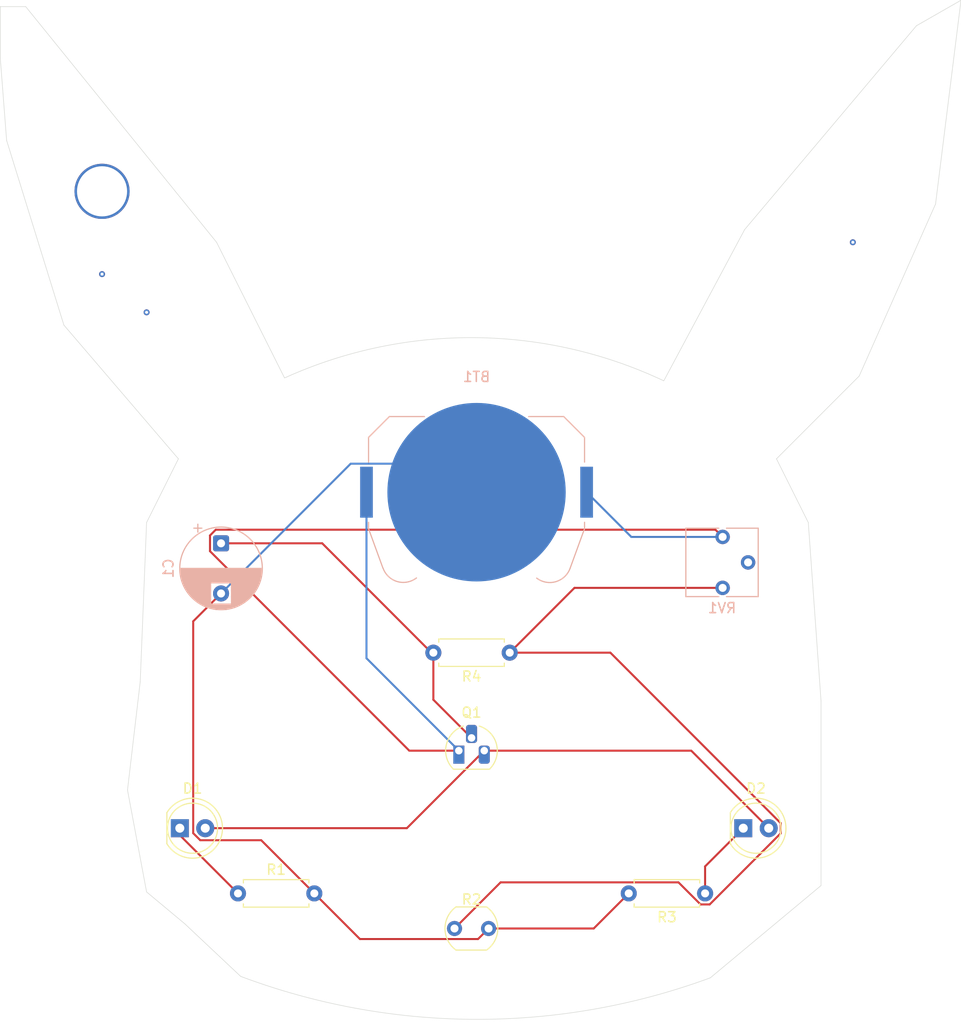
<source format=kicad_pcb>
(kicad_pcb (version 20241229) (generator "pcbnew") (generator_version "9.0")
  (layers (0 "F.Cu" signal) (2 "B.Cu" signal) (13 "F.Paste" user) (15 "B.Paste" user) (5 "F.SilkS" user "F.Silkscreen") (7 "B.SilkS" user "B.Silkscreen") (1 "F.Mask" user) (3 "B.Mask" user) (25 "Edge.Cuts" user))
  (net 0 "")
  (net 1 "Net-(BT1-+)")
  (net 2 "Net-(BT1--)")
  (net 3 "Net-(Q1-B)")
  (net 4 "Net-(D1-K)")
  (net 5 "Net-(D1-A)")
  (net 6 "Net-(D2-K)")
  (net 7 "Net-(R2-Pad1)")
  (footprint "Resistor_THT:R_Axial_DIN0207_L6.3mm_D2.5mm_P7.62mm_Horizontal" (layer "F.Cu") (at 141.651 139.341 180)
    (property "Reference" "R4" (at 3.81 -2.37 0) (layer "F.SilkS"))
    (property "Value" "R")
    (fp_line (start 7.08 1.37) (end 7.08 1.04) (stroke (width 0.12)) (layer "F.SilkS"))
    (fp_line (start 7.08 -1.37) (end 7.08 -1.04) (stroke (width 0.12)) (layer "F.SilkS"))
    (fp_line (start 0.54 1.37) (end 7.08 1.37) (stroke (width 0.12)) (layer "F.SilkS"))
    (fp_line (start 0.54 1.04) (end 0.54 1.37) (stroke (width 0.12)) (layer "F.SilkS"))
    (fp_line (start 0.54 -1.04) (end 0.54 -1.37) (stroke (width 0.12)) (layer "F.SilkS"))
    (fp_line (start 0.54 -1.37) (end 7.08 -1.37) (stroke (width 0.12)) (layer "F.SilkS"))
    (pad "1" thru_hole circle (at 0 0 180) (size 1.6 1.6) (drill 0.8) (layers "*.Cu" "*.Mask") (net 7 "Net-(R2-Pad1)"))
    (pad "2" thru_hole circle (at 7.62 0 180) (size 1.6 1.6) (drill 0.8) (layers "*.Cu" "*.Mask") (net 3 "Net-(Q1-B)"))
  )
  (footprint "Resistor_THT:R_Axial_DIN0207_L6.3mm_D2.5mm_P7.62mm_Horizontal" (layer "F.Cu") (at 161.151 163.341 180)
    (property "Reference" "R3" (at 3.81 -2.37 0) (layer "F.SilkS"))
    (property "Value" "R")
    (fp_line (start 7.08 1.37) (end 7.08 1.04) (stroke (width 0.12)) (layer "F.SilkS"))
    (fp_line (start 7.08 -1.37) (end 7.08 -1.04) (stroke (width 0.12)) (layer "F.SilkS"))
    (fp_line (start 0.54 1.37) (end 7.08 1.37) (stroke (width 0.12)) (layer "F.SilkS"))
    (fp_line (start 0.54 1.04) (end 0.54 1.37) (stroke (width 0.12)) (layer "F.SilkS"))
    (fp_line (start 0.54 -1.04) (end 0.54 -1.37) (stroke (width 0.12)) (layer "F.SilkS"))
    (fp_line (start 0.54 -1.37) (end 7.08 -1.37) (stroke (width 0.12)) (layer "F.SilkS"))
    (pad "1" thru_hole circle (at 0 0 180) (size 1.6 1.6) (drill 0.8) (layers "*.Cu" "*.Mask") (net 6 "Net-(D2-K)"))
    (pad "2" thru_hole circle (at 7.62 0 180) (size 1.6 1.6) (drill 0.8) (layers "*.Cu" "*.Mask") (net 2 "Net-(BT1--)"))
  )
  (footprint "LED_THT:LED_D5.0mm" (layer "F.Cu") (at 108.725 156.841)
    (property "Reference" "D1" (at 1.27 -3.96 0) (layer "F.SilkS"))
    (property "Value" "LED")
    (fp_line (start -1.29 -1.545) (end -1.29 1.545) (stroke (width 0.12)) (layer "F.SilkS"))
    (fp_arc (start -1.29 -1.54483) (mid 2.071779 -2.880495) (end 4.26 0) (stroke (width 0.12)) (layer "F.SilkS"))
    (fp_arc (start 4.26 0) (mid 2.071779 2.880495) (end -1.29 1.54483) (stroke (width 0.12)) (layer "F.SilkS"))
    (fp_circle (center 1.27 0) (end 3.77 0) (stroke (width 0.12)) (fill no) (layer "F.SilkS"))
    (pad "1" thru_hole rect (at 0 0) (size 1.8 1.8) (drill 0.9) (layers "*.Cu" "*.Mask") (net 4 "Net-(D1-K)"))
    (pad "2" thru_hole circle (at 2.54 0) (size 1.8 1.8) (drill 0.9) (layers "*.Cu" "*.Mask") (net 5 "Net-(D1-A)"))
  )
  (footprint "Resistor_THT:R_Axial_DIN0207_L6.3mm_D2.5mm_P7.62mm_Horizontal" (layer "F.Cu") (at 114.531 163.341)
    (property "Reference" "R1" (at 3.81 -2.37 0) (layer "F.SilkS"))
    (property "Value" "R")
    (fp_line (start 0.54 -1.37) (end 7.08 -1.37) (stroke (width 0.12)) (layer "F.SilkS"))
    (fp_line (start 0.54 -1.04) (end 0.54 -1.37) (stroke (width 0.12)) (layer "F.SilkS"))
    (fp_line (start 0.54 1.04) (end 0.54 1.37) (stroke (width 0.12)) (layer "F.SilkS"))
    (fp_line (start 0.54 1.37) (end 7.08 1.37) (stroke (width 0.12)) (layer "F.SilkS"))
    (fp_line (start 7.08 -1.37) (end 7.08 -1.04) (stroke (width 0.12)) (layer "F.SilkS"))
    (fp_line (start 7.08 1.37) (end 7.08 1.04) (stroke (width 0.12)) (layer "F.SilkS"))
    (pad "1" thru_hole circle (at 0 0) (size 1.6 1.6) (drill 0.8) (layers "*.Cu" "*.Mask") (net 4 "Net-(D1-K)"))
    (pad "2" thru_hole circle (at 7.62 0) (size 1.6 1.6) (drill 0.8) (layers "*.Cu" "*.Mask") (net 2 "Net-(BT1--)"))
  )
  (footprint "Package_TO_SOT_THT:TO-92L_HandSolder" (layer "F.Cu") (at 136.571 149.111)
    (property "Reference" "Q1" (at 1.27 -3.8 0) (layer "F.SilkS"))
    (property "Value" "NPN")
    (fp_line (start -0.53 1.85) (end 3.07 1.85) (stroke (width 0.12)) (layer "F.SilkS"))
    (fp_arc (start -0.541453 1.842156) (mid -1.247298 -0.581475) (end 0.45 -2.45) (stroke (width 0.12)) (layer "F.SilkS"))
    (fp_arc (start 2.05 -2.45) (mid 3.769931 -0.601036) (end 3.078445 1.827684) (stroke (width 0.12)) (layer "F.SilkS"))
    (pad "1" thru_hole rect (at 0 0) (size 1.1 1.8) (drill 0.75 (offset 0 0.4)) (layers "*.Cu" "*.Mask") (net 1 "Net-(BT1-+)"))
    (pad "2" thru_hole roundrect (at 1.27 -1.27) (size 1.1 1.8) (drill 0.75 (offset 0 -0.4)) (layers "*.Cu" "*.Mask") (net 3 "Net-(Q1-B)"))
    (pad "3" thru_hole roundrect (at 2.54 0) (size 1.1 1.8) (drill 0.75 (offset 0 0.4)) (layers "*.Cu" "*.Mask") (net 5 "Net-(D1-A)"))
  )
  (footprint "LED_THT:LED_D5.0mm" (layer "F.Cu") (at 164.96 156.841)
    (property "Reference" "D2" (at 1.27 -3.96 0) (layer "F.SilkS"))
    (property "Value" "LED")
    (fp_line (start -1.29 -1.545) (end -1.29 1.545) (stroke (width 0.12)) (layer "F.SilkS"))
    (fp_arc (start -1.29 -1.54483) (mid 2.071779 -2.880495) (end 4.26 0) (stroke (width 0.12)) (layer "F.SilkS"))
    (fp_arc (start 4.26 0) (mid 2.071779 2.880495) (end -1.29 1.54483) (stroke (width 0.12)) (layer "F.SilkS"))
    (fp_circle (center 1.27 0) (end 3.77 0) (stroke (width 0.12)) (fill no) (layer "F.SilkS"))
    (pad "1" thru_hole rect (at 0 0) (size 1.8 1.8) (drill 0.9) (layers "*.Cu" "*.Mask") (net 6 "Net-(D2-K)"))
    (pad "2" thru_hole circle (at 2.54 0) (size 1.8 1.8) (drill 0.9) (layers "*.Cu" "*.Mask") (net 5 "Net-(D1-A)"))
  )
  (footprint "OptoDevice:R_LDR_5.1x4.3mm_P3.4mm_Vertical" (layer "F.Cu") (at 136.141 166.841)
    (property "Reference" "R2" (at 1.7 -2.9 0) (layer "F.SilkS"))
    (property "Value" "R_Photo")
    (fp_line (start 0.15 -2.15) (end 3.2 -2.15) (stroke (width 0.12)) (layer "F.SilkS"))
    (fp_line (start 0.15 2.15) (end 3.2 2.15) (stroke (width 0.12)) (layer "F.SilkS"))
    (fp_arc (start 0.15 2.15) (mid -0.950438 -0.013368) (end 0.171766 -2.165525) (stroke (width 0.12)) (layer "F.SilkS"))
    (fp_arc (start 3.2 -2.15) (mid 4.321403 -0.027338) (end 3.244513 2.118249) (stroke (width 0.12)) (layer "F.SilkS"))
    (pad "1" thru_hole circle (at 0 0) (size 1.5 1.5) (drill 0.8) (layers "*.Cu" "*.Mask") (net 7 "Net-(R2-Pad1)"))
    (pad "2" thru_hole circle (at 3.4 0) (size 1.5 1.5) (drill 0.8) (layers "*.Cu" "*.Mask") (net 2 "Net-(BT1--)"))
  )
  (footprint "Potentiometer_THT:Potentiometer_Vishay_T73YP_Vertical" (layer "B.Cu") (at 162.901 127.801)
    (property "Reference" "RV1" (at -0.06 7.09 0) (layer "B.SilkS") (effects (justify mirror)))
    (property "Value" "R_Potentiometer")
    (fp_line (start -3.67 -0.87) (end -0.382 -0.87) (stroke (width 0.12)) (layer "B.SilkS"))
    (fp_line (start -3.67 5.95) (end -3.67 -0.87) (stroke (width 0.12)) (layer "B.SilkS"))
    (fp_line (start -3.67 5.95) (end -0.382 5.95) (stroke (width 0.12)) (layer "B.SilkS"))
    (fp_line (start 0.382 -0.87) (end 3.55 -0.87) (stroke (width 0.12)) (layer "B.SilkS"))
    (fp_line (start 0.382 5.95) (end 3.55 5.95) (stroke (width 0.12)) (layer "B.SilkS"))
    (fp_line (start 3.55 5.95) (end 3.55 -0.87) (stroke (width 0.12)) (layer "B.SilkS"))
    (pad "1" thru_hole circle (at 0 0) (size 1.44 1.44) (drill 0.8) (layers "*.Cu" "*.Mask") (net 1 "Net-(BT1-+)"))
    (pad "2" thru_hole circle (at 2.54 2.54) (size 1.44 1.44) (drill 0.8) (layers "*.Cu" "*.Mask"))
    (pad "3" thru_hole circle (at 0 5.08) (size 1.44 1.44) (drill 0.8) (layers "*.Cu" "*.Mask") (net 7 "Net-(R2-Pad1)"))
  )
  (footprint "Battery:BatteryHolder_Keystone_3034_1x20mm" (layer "B.Cu") (at 138.341 123.341 180)
    (property "Reference" "BT1" (at 0 11.5 0) (layer "B.SilkS") (effects (justify mirror)))
    (property "Value" "Battery_Cell")
    (fp_line (start 10.78 5.46) (end 10.78 3) (stroke (width 0.12)) (layer "B.SilkS"))
    (fp_line (start 10.78 -3) (end 10.78 -3.63) (stroke (width 0.12)) (layer "B.SilkS"))
    (fp_line (start 10.78 -3.63) (end 9.34 -7.58) (stroke (width 0.12)) (layer "B.SilkS"))
    (fp_line (start 8.7 7.54) (end 10.78 5.46) (stroke (width 0.12)) (layer "B.SilkS"))
    (fp_line (start 8.7 7.54) (end 5.2 7.54) (stroke (width 0.12)) (layer "B.SilkS"))
    (fp_line (start -5.2 7.54) (end -8.7 7.54) (stroke (width 0.12)) (layer "B.SilkS"))
    (fp_line (start -8.7 7.54) (end -10.78 5.46) (stroke (width 0.12)) (layer "B.SilkS"))
    (fp_line (start -10.78 5.46) (end -10.78 3) (stroke (width 0.12)) (layer "B.SilkS"))
    (fp_line (start -10.78 -3) (end -10.78 -3.63) (stroke (width 0.12)) (layer "B.SilkS"))
    (fp_line (start -10.78 -3.63) (end -9.34 -7.58) (stroke (width 0.12)) (layer "B.SilkS"))
    (fp_arc (start 6 -8.55) (mid 7.90634 -8.911669) (end 9.325243 -7.588169) (stroke (width 0.12)) (layer "B.SilkS"))
    (fp_arc (start -9.34 -7.58) (mid -7.921654 -8.918738) (end -6.003354 -8.56653) (stroke (width 0.12)) (layer "B.SilkS"))
    (pad "1" smd rect (at -10.985 0 180) (size 1.27 5.08) (layers "B.Cu" "B.Mask" "B.Paste") (net 1 "Net-(BT1-+)"))
    (pad "1" smd rect (at 10.985 0 180) (size 1.27 5.08) (layers "B.Cu" "B.Mask" "B.Paste") (net 1 "Net-(BT1-+)"))
    (pad "2" smd circle (at 0 0 180) (size 17.8 17.8) (layers "B.Cu" "B.Mask") (net 2 "Net-(BT1--)"))
  )
  (footprint "Capacitor_THT:CP_Radial_D8.0mm_P5.00mm" (layer "B.Cu") (at 112.841 128.438349 -90)
    (property "Reference" "C1" (at 2.5 5.25 90) (layer "B.SilkS") (effects (justify mirror)))
    (property "Value" "C")
    (fp_line (start 2.5 4.08) (end 2.5 -4.08) (stroke (width 0.12)) (layer "B.SilkS"))
    (fp_line (start 2.54 4.08) (end 2.54 -4.08) (stroke (width 0.12)) (layer "B.SilkS"))
    (fp_line (start 2.58 4.079) (end 2.58 -4.079) (stroke (width 0.12)) (layer "B.SilkS"))
    (fp_line (start 2.62 4.078) (end 2.62 -4.078) (stroke (width 0.12)) (layer "B.SilkS"))
    (fp_line (start 2.66 4.077) (end 2.66 -4.077) (stroke (width 0.12)) (layer "B.SilkS"))
    (fp_line (start 2.7 4.075) (end 2.7 -4.075) (stroke (width 0.12)) (layer "B.SilkS"))
    (fp_line (start 2.74 4.073) (end 2.74 -4.073) (stroke (width 0.12)) (layer "B.SilkS"))
    (fp_line (start 2.78 4.07) (end 2.78 -4.07) (stroke (width 0.12)) (layer "B.SilkS"))
    (fp_line (start 2.82 4.068) (end 2.82 -4.068) (stroke (width 0.12)) (layer "B.SilkS"))
    (fp_line (start 2.86 4.064) (end 2.86 -4.064) (stroke (width 0.12)) (layer "B.SilkS"))
    (fp_line (start 2.9 4.061) (end 2.9 -4.061) (stroke (width 0.12)) (layer "B.SilkS"))
    (fp_line (start 2.94 4.056) (end 2.94 -4.056) (stroke (width 0.12)) (layer "B.SilkS"))
    (fp_line (start 2.98 4.052) (end 2.98 -4.052) (stroke (width 0.12)) (layer "B.SilkS"))
    (fp_line (start 3.02 4.047) (end 3.02 -4.047) (stroke (width 0.12)) (layer "B.SilkS"))
    (fp_line (start 3.06 4.042) (end 3.06 -4.042) (stroke (width 0.12)) (layer "B.SilkS"))
    (fp_line (start 3.1 4.036) (end 3.1 -4.036) (stroke (width 0.12)) (layer "B.SilkS"))
    (fp_line (start 3.14 4.03) (end 3.14 -4.03) (stroke (width 0.12)) (layer "B.SilkS"))
    (fp_line (start 3.18 4.023) (end 3.18 -4.023) (stroke (width 0.12)) (layer "B.SilkS"))
    (fp_line (start 3.22 4.017) (end 3.22 -4.017) (stroke (width 0.12)) (layer "B.SilkS"))
    (fp_line (start 3.26 4.009) (end 3.26 -4.009) (stroke (width 0.12)) (layer "B.SilkS"))
    (fp_line (start 3.3 4.002) (end 3.3 -4.002) (stroke (width 0.12)) (layer "B.SilkS"))
    (fp_line (start 3.34 3.993) (end 3.34 -3.993) (stroke (width 0.12)) (layer "B.SilkS"))
    (fp_line (start 3.38 3.985) (end 3.38 -3.985) (stroke (width 0.12)) (layer "B.SilkS"))
    (fp_line (start 3.42 3.976) (end 3.42 -3.976) (stroke (width 0.12)) (layer "B.SilkS"))
    (fp_line (start 3.46 3.967) (end 3.46 -3.967) (stroke (width 0.12)) (layer "B.SilkS"))
    (fp_line (start 3.5 3.957) (end 3.5 -3.957) (stroke (width 0.12)) (layer "B.SilkS"))
    (fp_line (start 3.54 3.947) (end 3.54 -3.947) (stroke (width 0.12)) (layer "B.SilkS"))
    (fp_line (start 3.58 3.936) (end 3.58 -3.936) (stroke (width 0.12)) (layer "B.SilkS"))
    (fp_line (start 3.62 3.925) (end 3.62 -3.925) (stroke (width 0.12)) (layer "B.SilkS"))
    (fp_line (start 3.66 3.913) (end 3.66 -3.913) (stroke (width 0.12)) (layer "B.SilkS"))
    (fp_line (start 3.7 3.901) (end 3.7 -3.901) (stroke (width 0.12)) (layer "B.SilkS"))
    (fp_line (start 3.74 3.889) (end 3.74 -3.889) (stroke (width 0.12)) (layer "B.SilkS"))
    (fp_line (start 3.78 3.876) (end 3.78 -3.876) (stroke (width 0.12)) (layer "B.SilkS"))
    (fp_line (start 3.82 3.863) (end 3.82 -3.863) (stroke (width 0.12)) (layer "B.SilkS"))
    (fp_line (start 3.86 3.849) (end 3.86 -3.849) (stroke (width 0.12)) (layer "B.SilkS"))
    (fp_line (start 3.9 3.835) (end 3.9 -3.835) (stroke (width 0.12)) (layer "B.SilkS"))
    (fp_line (start 3.94 3.82) (end 3.94 -3.82) (stroke (width 0.12)) (layer "B.SilkS"))
    (fp_line (start 3.98 3.805) (end 3.98 1.04) (stroke (width 0.12)) (layer "B.SilkS"))
    (fp_line (start 4.02 3.789) (end 4.02 1.04) (stroke (width 0.12)) (layer "B.SilkS"))
    (fp_line (start 4.06 3.773) (end 4.06 1.04) (stroke (width 0.12)) (layer "B.SilkS"))
    (fp_line (start 4.1 3.757) (end 4.1 1.04) (stroke (width 0.12)) (layer "B.SilkS"))
    (fp_line (start 4.14 3.74) (end 4.14 1.04) (stroke (width 0.12)) (layer "B.SilkS"))
    (fp_line (start 4.18 3.722) (end 4.18 1.04) (stroke (width 0.12)) (layer "B.SilkS"))
    (fp_line (start 4.22 3.704) (end 4.22 1.04) (stroke (width 0.12)) (layer "B.SilkS"))
    (fp_line (start 4.26 3.685) (end 4.26 1.04) (stroke (width 0.12)) (layer "B.SilkS"))
    (fp_line (start 4.3 3.666) (end 4.3 1.04) (stroke (width 0.12)) (layer "B.SilkS"))
    (fp_line (start 4.34 3.646) (end 4.34 1.04) (stroke (width 0.12)) (layer "B.SilkS"))
    (fp_line (start 4.38 3.626) (end 4.38 1.04) (stroke (width 0.12)) (layer "B.SilkS"))
    (fp_line (start 4.42 3.605) (end 4.42 1.04) (stroke (width 0.12)) (layer "B.SilkS"))
    (fp_line (start 4.46 3.584) (end 4.46 1.04) (stroke (width 0.12)) (layer "B.SilkS"))
    (fp_line (start 4.5 3.562) (end 4.5 1.04) (stroke (width 0.12)) (layer "B.SilkS"))
    (fp_line (start 4.54 3.539) (end 4.54 1.04) (stroke (width 0.12)) (layer "B.SilkS"))
    (fp_line (start 4.58 3.516) (end 4.58 1.04) (stroke (width 0.12)) (layer "B.SilkS"))
    (fp_line (start 4.62 3.493) (end 4.62 1.04) (stroke (width 0.12)) (layer "B.SilkS"))
    (fp_line (start 4.66 3.468) (end 4.66 1.04) (stroke (width 0.12)) (layer "B.SilkS"))
    (fp_line (start 4.7 3.443) (end 4.7 1.04) (stroke (width 0.12)) (layer "B.SilkS"))
    (fp_line (start 4.74 3.418) (end 4.74 1.04) (stroke (width 0.12)) (layer "B.SilkS"))
    (fp_line (start 4.78 3.392) (end 4.78 1.04) (stroke (width 0.12)) (layer "B.SilkS"))
    (fp_line (start 4.82 3.365) (end 4.82 1.04) (stroke (width 0.12)) (layer "B.SilkS"))
    (fp_line (start 4.86 3.337) (end 4.86 1.04) (stroke (width 0.12)) (layer "B.SilkS"))
    (fp_line (start 4.9 3.309) (end 4.9 1.04) (stroke (width 0.12)) (layer "B.SilkS"))
    (fp_line (start 4.94 3.28) (end 4.94 1.04) (stroke (width 0.12)) (layer "B.SilkS"))
    (fp_line (start 4.98 3.25) (end 4.98 1.04) (stroke (width 0.12)) (layer "B.SilkS"))
    (fp_line (start 5.02 3.219) (end 5.02 1.04) (stroke (width 0.12)) (layer "B.SilkS"))
    (fp_line (start 5.06 3.188) (end 5.06 1.04) (stroke (width 0.12)) (layer "B.SilkS"))
    (fp_line (start 5.1 3.156) (end 5.1 1.04) (stroke (width 0.12)) (layer "B.SilkS"))
    (fp_line (start 5.14 3.123) (end 5.14 1.04) (stroke (width 0.12)) (layer "B.SilkS"))
    (fp_line (start 5.18 3.089) (end 5.18 1.04) (stroke (width 0.12)) (layer "B.SilkS"))
    (fp_line (start 5.22 3.055) (end 5.22 1.04) (stroke (width 0.12)) (layer "B.SilkS"))
    (fp_line (start 5.26 3.019) (end 5.26 1.04) (stroke (width 0.12)) (layer "B.SilkS"))
    (fp_line (start 5.3 2.982) (end 5.3 1.04) (stroke (width 0.12)) (layer "B.SilkS"))
    (fp_line (start 5.34 2.945) (end 5.34 1.04) (stroke (width 0.12)) (layer "B.SilkS"))
    (fp_line (start 5.38 2.906) (end 5.38 1.04) (stroke (width 0.12)) (layer "B.SilkS"))
    (fp_line (start 5.42 2.867) (end 5.42 1.04) (stroke (width 0.12)) (layer "B.SilkS"))
    (fp_line (start 5.46 2.826) (end 5.46 1.04) (stroke (width 0.12)) (layer "B.SilkS"))
    (fp_line (start 5.5 2.784) (end 5.5 1.04) (stroke (width 0.12)) (layer "B.SilkS"))
    (fp_line (start 5.54 2.741) (end 5.54 1.04) (stroke (width 0.12)) (layer "B.SilkS"))
    (fp_line (start -1.509698 2.715) (end -1.509698 1.915) (stroke (width 0.12)) (layer "B.SilkS"))
    (fp_line (start 5.58 2.696) (end 5.58 1.04) (stroke (width 0.12)) (layer "B.SilkS"))
    (fp_line (start 5.62 2.651) (end 5.62 1.04) (stroke (width 0.12)) (layer "B.SilkS"))
    (fp_line (start 5.66 2.604) (end 5.66 1.04) (stroke (width 0.12)) (layer "B.SilkS"))
    (fp_line (start 5.7 2.555) (end 5.7 1.04) (stroke (width 0.12)) (layer "B.SilkS"))
    (fp_line (start 5.74 2.505) (end 5.74 1.04) (stroke (width 0.12)) (layer "B.SilkS"))
    (fp_line (start 5.78 2.453) (end 5.78 1.04) (stroke (width 0.12)) (layer "B.SilkS"))
    (fp_line (start 5.82 2.4) (end 5.82 1.04) (stroke (width 0.12)) (layer "B.SilkS"))
    (fp_line (start 5.86 2.344) (end 5.86 1.04) (stroke (width 0.12)) (layer "B.SilkS"))
    (fp_line (start -1.909698 2.315) (end -1.109698 2.315) (stroke (width 0.12)) (layer "B.SilkS"))
    (fp_line (start 5.9 2.287) (end 5.9 1.04) (stroke (width 0.12)) (layer "B.SilkS"))
    (fp_line (start 5.94 2.227) (end 5.94 1.04) (stroke (width 0.12)) (layer "B.SilkS"))
    (fp_line (start 5.98 2.165) (end 5.98 1.04) (stroke (width 0.12)) (layer "B.SilkS"))
    (fp_line (start 6.02 2.101) (end 6.02 1.04) (stroke (width 0.12)) (layer "B.SilkS"))
    (fp_line (start 6.06 2.034) (end 6.06 -2.034) (stroke (width 0.12)) (layer "B.SilkS"))
    (fp_line (start 6.1 1.964) (end 6.1 -1.964) (stroke (width 0.12)) (layer "B.SilkS"))
    (fp_line (start 6.14 1.89) (end 6.14 -1.89) (stroke (width 0.12)) (layer "B.SilkS"))
    (fp_line (start 6.18 1.813) (end 6.18 -1.813) (stroke (width 0.12)) (layer "B.SilkS"))
    (fp_line (start 6.22 1.731) (end 6.22 -1.731) (stroke (width 0.12)) (layer "B.SilkS"))
    (fp_line (start 6.26 1.644) (end 6.26 -1.644) (stroke (width 0.12)) (layer "B.SilkS"))
    (fp_line (start 6.3 1.552) (end 6.3 -1.552) (stroke (width 0.12)) (layer "B.SilkS"))
    (fp_line (start 6.34 1.453) (end 6.34 -1.453) (stroke (width 0.12)) (layer "B.SilkS"))
    (fp_line (start 6.38 1.346) (end 6.38 -1.346) (stroke (width 0.12)) (layer "B.SilkS"))
    (fp_line (start 6.42 1.228) (end 6.42 -1.228) (stroke (width 0.12)) (layer "B.SilkS"))
    (fp_line (start 6.46 1.097) (end 6.46 -1.097) (stroke (width 0.12)) (layer "B.SilkS"))
    (fp_line (start 6.5 0.947) (end 6.5 -0.947) (stroke (width 0.12)) (layer "B.SilkS"))
    (fp_line (start 6.54 0.768) (end 6.54 -0.768) (stroke (width 0.12)) (layer "B.SilkS"))
    (fp_line (start 6.58 0.533) (end 6.58 -0.533) (stroke (width 0.12)) (layer "B.SilkS"))
    (fp_line (start 3.98 -1.04) (end 3.98 -3.805) (stroke (width 0.12)) (layer "B.SilkS"))
    (fp_line (start 4.02 -1.04) (end 4.02 -3.789) (stroke (width 0.12)) (layer "B.SilkS"))
    (fp_line (start 4.06 -1.04) (end 4.06 -3.773) (stroke (width 0.12)) (layer "B.SilkS"))
    (fp_line (start 4.1 -1.04) (end 4.1 -3.757) (stroke (width 0.12)) (layer "B.SilkS"))
    (fp_line (start 4.14 -1.04) (end 4.14 -3.74) (stroke (width 0.12)) (layer "B.SilkS"))
    (fp_line (start 4.18 -1.04) (end 4.18 -3.722) (stroke (width 0.12)) (layer "B.SilkS"))
    (fp_line (start 4.22 -1.04) (end 4.22 -3.704) (stroke (width 0.12)) (layer "B.SilkS"))
    (fp_line (start 4.26 -1.04) (end 4.26 -3.685) (stroke (width 0.12)) (layer "B.SilkS"))
    (fp_line (start 4.3 -1.04) (end 4.3 -3.666) (stroke (width 0.12)) (layer "B.SilkS"))
    (fp_line (start 4.34 -1.04) (end 4.34 -3.646) (stroke (width 0.12)) (layer "B.SilkS"))
    (fp_line (start 4.38 -1.04) (end 4.38 -3.626) (stroke (width 0.12)) (layer "B.SilkS"))
    (fp_line (start 4.42 -1.04) (end 4.42 -3.605) (stroke (width 0.12)) (layer "B.SilkS"))
    (fp_line (start 4.46 -1.04) (end 4.46 -3.584) (stroke (width 0.12)) (layer "B.SilkS"))
    (fp_line (start 4.5 -1.04) (end 4.5 -3.562) (stroke (width 0.12)) (layer "B.SilkS"))
    (fp_line (start 4.54 -1.04) (end 4.54 -3.539) (stroke (width 0.12)) (layer "B.SilkS"))
    (fp_line (start 4.58 -1.04) (end 4.58 -3.516) (stroke (width 0.12)) (layer "B.SilkS"))
    (fp_line (start 4.62 -1.04) (end 4.62 -3.493) (stroke (width 0.12)) (layer "B.SilkS"))
    (fp_line (start 4.66 -1.04) (end 4.66 -3.468) (stroke (width 0.12)) (layer "B.SilkS"))
    (fp_line (start 4.7 -1.04) (end 4.7 -3.443) (stroke (width 0.12)) (layer "B.SilkS"))
    (fp_line (start 4.74 -1.04) (end 4.74 -3.418) (stroke (width 0.12)) (layer "B.SilkS"))
    (fp_line (start 4.78 -1.04) (end 4.78 -3.392) (stroke (width 0.12)) (layer "B.SilkS"))
    (fp_line (start 4.82 -1.04) (end 4.82 -3.365) (stroke (width 0.12)) (layer "B.SilkS"))
    (fp_line (start 4.86 -1.04) (end 4.86 -3.337) (stroke (width 0.12)) (layer "B.SilkS"))
    (fp_line (start 4.9 -1.04) (end 4.9 -3.309) (stroke (width 0.12)) (layer "B.SilkS"))
    (fp_line (start 4.94 -1.04) (end 4.94 -3.28) (stroke (width 0.12)) (layer "B.SilkS"))
    (fp_line (start 4.98 -1.04) (end 4.98 -3.25) (stroke (width 0.12)) (layer "B.SilkS"))
    (fp_line (start 5.02 -1.04) (end 5.02 -3.219) (stroke (width 0.12)) (layer "B.SilkS"))
    (fp_line (start 5.06 -1.04) (end 5.06 -3.188) (stroke (width 0.12)) (layer "B.SilkS"))
    (fp_line (start 5.1 -1.04) (end 5.1 -3.156) (stroke (width 0.12)) (layer "B.SilkS"))
    (fp_line (start 5.14 -1.04) (end 5.14 -3.123) (stroke (width 0.12)) (layer "B.SilkS"))
    (fp_line (start 5.18 -1.04) (end 5.18 -3.089) (stroke (width 0.12)) (layer "B.SilkS"))
    (fp_line (start 5.22 -1.04) (end 5.22 -3.055) (stroke (width 0.12)) (layer "B.SilkS"))
    (fp_line (start 5.26 -1.04) (end 5.26 -3.019) (stroke (width 0.12)) (layer "B.SilkS"))
    (fp_line (start 5.3 -1.04) (end 5.3 -2.982) (stroke (width 0.12)) (layer "B.SilkS"))
    (fp_line (start 5.34 -1.04) (end 5.34 -2.945) (stroke (width 0.12)) (layer "B.SilkS"))
    (fp_line (start 5.38 -1.04) (end 5.38 -2.906) (stroke (width 0.12)) (layer "B.SilkS"))
    (fp_line (start 5.42 -1.04) (end 5.42 -2.867) (stroke (width 0.12)) (layer "B.SilkS"))
    (fp_line (start 5.46 -1.04) (end 5.46 -2.826) (stroke (width 0.12)) (layer "B.SilkS"))
    (fp_line (start 5.5 -1.04) (end 5.5 -2.784) (stroke (width 0.12)) (layer "B.SilkS"))
    (fp_line (start 5.54 -1.04) (end 5.54 -2.741) (stroke (width 0.12)) (layer "B.SilkS"))
    (fp_line (start 5.58 -1.04) (end 5.58 -2.696) (stroke (width 0.12)) (layer "B.SilkS"))
    (fp_line (start 5.62 -1.04) (end 5.62 -2.651) (stroke (width 0.12)) (layer "B.SilkS"))
    (fp_line (start 5.66 -1.04) (end 5.66 -2.604) (stroke (width 0.12)) (layer "B.SilkS"))
    (fp_line (start 5.7 -1.04) (end 5.7 -2.555) (stroke (width 0.12)) (layer "B.SilkS"))
    (fp_line (start 5.74 -1.04) (end 5.74 -2.505) (stroke (width 0.12)) (layer "B.SilkS"))
    (fp_line (start 5.78 -1.04) (end 5.78 -2.453) (stroke (width 0.12)) (layer "B.SilkS"))
    (fp_line (start 5.82 -1.04) (end 5.82 -2.4) (stroke (width 0.12)) (layer "B.SilkS"))
    (fp_line (start 5.86 -1.04) (end 5.86 -2.344) (stroke (width 0.12)) (layer "B.SilkS"))
    (fp_line (start 5.9 -1.04) (end 5.9 -2.287) (stroke (width 0.12)) (layer "B.SilkS"))
    (fp_line (start 5.94 -1.04) (end 5.94 -2.227) (stroke (width 0.12)) (layer "B.SilkS"))
    (fp_line (start 5.98 -1.04) (end 5.98 -2.165) (stroke (width 0.12)) (layer "B.SilkS"))
    (fp_line (start 6.02 -1.04) (end 6.02 -2.101) (stroke (width 0.12)) (layer "B.SilkS"))
    (fp_circle (center 2.5 0) (end 6.62 0) (stroke (width 0.12)) (fill no) (layer "B.SilkS"))
    (pad "1" thru_hole roundrect (at 0 0 270) (size 1.6 1.6) (drill 0.8) (layers "*.Cu" "*.Mask") (roundrect_rratio 0.15625) (net 3 "Net-(Q1-B)"))
    (pad "2" thru_hole circle (at 5 0 270) (size 1.6 1.6) (drill 0.8) (layers "*.Cu" "*.Mask") (net 2 "Net-(BT1--)"))
  )
  (gr_line (start 119.179672 111.952891) (end 112.395 98.425) (stroke (width 0.05)) (layer "Edge.Cuts"))
  (gr_line (start 171.45 126.365) (end 168.275 120.015) (stroke (width 0.05)) (layer "Edge.Cuts"))
  (gr_line (start 97.155 106.68) (end 108.585 120.015) (stroke (width 0.05)) (layer "Edge.Cuts"))
  (gr_line (start 90.805 74.93) (end 90.805 80.01) (stroke (width 0.05)) (layer "Edge.Cuts"))
  (gr_line (start 105.41 126.365) (end 104.775 142.24) (stroke (width 0.05)) (layer "Edge.Cuts"))
  (gr_line (start 172.72 144.145) (end 172.72 162.56) (stroke (width 0.05)) (layer "Edge.Cuts"))
  (gr_line (start 90.805 80.01) (end 91.44 88.265) (stroke (width 0.05)) (layer "Edge.Cuts"))
  (gr_line (start 109.22 166.37) (end 114.794818 171.612124) (stroke (width 0.05)) (layer "Edge.Cuts"))
  (gr_line (start 105.41 163.195) (end 109.22 166.37) (stroke (width 0.05)) (layer "Edge.Cuts"))
  (gr_line (start 186.69 74.295) (end 182.245 76.835) (stroke (width 0.05)) (layer "Edge.Cuts"))
  (gr_line (start 172.72 144.145) (end 171.45 126.365) (stroke (width 0.05)) (layer "Edge.Cuts"))
  (gr_arc (start 119.179672 111.952891) (mid 138.135089 107.933398) (end 157.027737 112.238286) (stroke (width 0.05)) (layer "Edge.Cuts"))
  (gr_line (start 176.53 111.76) (end 184.15 94.615) (stroke (width 0.05)) (layer "Edge.Cuts"))
  (gr_line (start 184.15 94.615) (end 186.69 74.295) (stroke (width 0.05)) (layer "Edge.Cuts"))
  (gr_line (start 93.345 74.93) (end 90.805 74.93) (stroke (width 0.05)) (layer "Edge.Cuts"))
  (gr_line (start 108.585 120.015) (end 105.41 126.365) (stroke (width 0.05)) (layer "Edge.Cuts"))
  (gr_line (start 165.1 97.155) (end 157.027737 112.238286) (stroke (width 0.05)) (layer "Edge.Cuts"))
  (gr_line (start 112.395 98.425) (end 93.345 74.93) (stroke (width 0.05)) (layer "Edge.Cuts"))
  (gr_line (start 91.44 88.265) (end 97.155 106.68) (stroke (width 0.05)) (layer "Edge.Cuts"))
  (gr_line (start 103.505 153.035) (end 105.41 163.195) (stroke (width 0.05)) (layer "Edge.Cuts"))
  (gr_line (start 168.275 120.015) (end 176.53 111.76) (stroke (width 0.05)) (layer "Edge.Cuts"))
  (gr_arc (start 161.672843 171.75784) (mid 138.220737 175.89767) (end 114.794818 171.612124) (stroke (width 0.05)) (layer "Edge.Cuts"))
  (gr_line (start 104.775 142.24) (end 103.505 153.035) (stroke (width 0.05)) (layer "Edge.Cuts"))
  (gr_line (start 182.245 76.835) (end 165.1 97.155) (stroke (width 0.05)) (layer "Edge.Cuts"))
  (gr_line (start 161.672843 171.75784) (end 172.72 162.56) (stroke (width 0.05)) (layer "Edge.Cuts"))
  (via (at 100.965 93.345) (size 5.5) (drill 5) (layers "F.Cu" "B.Cu") (net 0))
  (via (at 175.895 98.425) (size 0.6) (drill 0.3) (layers "F.Cu" "B.Cu") (net 0))
  (via (at 100.965 101.6) (size 0.6) (drill 0.3) (layers "F.Cu" "B.Cu") (net 0))
  (via (at 105.41 105.41) (size 0.6) (drill 0.3) (layers "F.Cu" "B.Cu") (net 0))
  (segment (start 131.627491 149.111) (end 136.571 149.111) (width 0.2) (layer "F.Cu") (net 1))
  (segment (start 111.74 127.653189) (end 111.74 129.223509) (width 0.2) (layer "F.Cu") (net 1))
  (segment (start 112.312188 127.081001) (end 111.74 127.653189) (width 0.2) (layer "F.Cu") (net 1))
  (segment (start 162.901 127.801) (end 162.181001 127.081001) (width 0.2) (layer "F.Cu") (net 1))
  (segment (start 111.74 129.223509) (end 131.627491 149.111) (width 0.2) (layer "F.Cu") (net 1))
  (segment (start 162.181001 127.081001) (end 112.312188 127.081001) (width 0.2) (layer "F.Cu") (net 1))
  (segment (start 162.901 127.801) (end 153.786 127.801) (width 0.2) (layer "B.Cu") (net 1))
  (segment (start 153.786 127.801) (end 149.326 123.341) (width 0.2) (layer "B.Cu") (net 1))
  (segment (start 127.356 139.896) (end 136.571 149.111) (width 0.2) (layer "B.Cu") (net 1))
  (segment (start 127.356 123.341) (end 127.356 139.896) (width 0.2) (layer "B.Cu") (net 1))
  (segment (start 139.541 166.841) (end 138.49 167.892) (width 0.2) (layer "F.Cu") (net 2))
  (segment (start 110.064 136.215349) (end 112.841 133.438349) (width 0.2) (layer "F.Cu") (net 2))
  (segment (start 126.702 167.892) (end 122.151 163.341) (width 0.2) (layer "F.Cu") (net 2))
  (segment (start 138.49 167.892) (end 126.702 167.892) (width 0.2) (layer "F.Cu") (net 2))
  (segment (start 139.541 166.841) (end 150.031 166.841) (width 0.2) (layer "F.Cu") (net 2))
  (segment (start 110.064 157.338471) (end 110.064 136.215349) (width 0.2) (layer "F.Cu") (net 2))
  (segment (start 110.767529 158.042) (end 110.064 157.338471) (width 0.2) (layer "F.Cu") (net 2))
  (segment (start 150.031 166.841) (end 153.531 163.341) (width 0.2) (layer "F.Cu") (net 2))
  (segment (start 122.151 163.341) (end 116.852 158.042) (width 0.2) (layer "F.Cu") (net 2))
  (segment (start 116.852 158.042) (end 110.767529 158.042) (width 0.2) (layer "F.Cu") (net 2))
  (segment (start 138.341 123.341) (end 135.5 120.5) (width 0.2) (layer "B.Cu") (net 2))
  (segment (start 135.5 120.5) (end 125.779349 120.5) (width 0.2) (layer "B.Cu") (net 2))
  (segment (start 125.779349 120.5) (end 112.841 133.438349) (width 0.2) (layer "B.Cu") (net 2))
  (segment (start 134.031 144.031) (end 134.031 139.341) (width 0.2) (layer "F.Cu") (net 3))
  (segment (start 122.938349 128.438349) (end 112.841 128.438349) (width 0.2) (layer "F.Cu") (net 3))
  (segment (start 134.031 139.341) (end 133.841 139.341) (width 0.2) (layer "F.Cu") (net 3))
  (segment (start 133.841 139.341) (end 122.938349 128.438349) (width 0.2) (layer "F.Cu") (net 3))
  (segment (start 137.841 147.841) (end 134.031 144.031) (width 0.2) (layer "F.Cu") (net 3))
  (segment (start 108.725 157.535) (end 108.725 156.841) (width 0.2) (layer "F.Cu") (net 4))
  (segment (start 114.531 163.341) (end 108.725 157.535) (width 0.2) (layer "F.Cu") (net 4))
  (segment (start 139.111 149.111) (end 131.381 156.841) (width 0.2) (layer "F.Cu") (net 5))
  (segment (start 167.5 156.841) (end 159.77 149.111) (width 0.2) (layer "F.Cu") (net 5))
  (segment (start 131.381 156.841) (end 111.265 156.841) (width 0.2) (layer "F.Cu") (net 5))
  (segment (start 159.77 149.111) (end 139.111 149.111) (width 0.2) (layer "F.Cu") (net 5))
  (segment (start 161.151 163.341) (end 161.151 160.65) (width 0.2) (layer "F.Cu") (net 6))
  (segment (start 161.151 160.65) (end 164.96 156.841) (width 0.2) (layer "F.Cu") (net 6))
  (segment (start 140.742 162.24) (end 136.141 166.841) (width 0.2) (layer "F.Cu") (net 7))
  (segment (start 140.742 162.24) (end 158.49295 162.24) (width 0.2) (layer "F.Cu") (net 7))
  (segment (start 160.69495 164.442) (end 161.60705 164.442) (width 0.2) (layer "F.Cu") (net 7))
  (segment (start 162.901 132.881) (end 148.111 132.881) (width 0.2) (layer "F.Cu") (net 7))
  (segment (start 158.49295 162.24) (end 160.69495 164.442) (width 0.2) (layer "F.Cu") (net 7))
  (segment (start 168.701 156.343529) (end 151.698471 139.341) (width 0.2) (layer "F.Cu") (net 7))
  (segment (start 168.701 157.34805) (end 168.701 156.343529) (width 0.2) (layer "F.Cu") (net 7))
  (segment (start 148.111 132.881) (end 141.651 139.341) (width 0.2) (layer "F.Cu") (net 7))
  (segment (start 151.698471 139.341) (end 141.651 139.341) (width 0.2) (layer "F.Cu") (net 7))
  (segment (start 161.60705 164.442) (end 168.701 157.34805) (width 0.2) (layer "F.Cu") (net 7))
)
</source>
